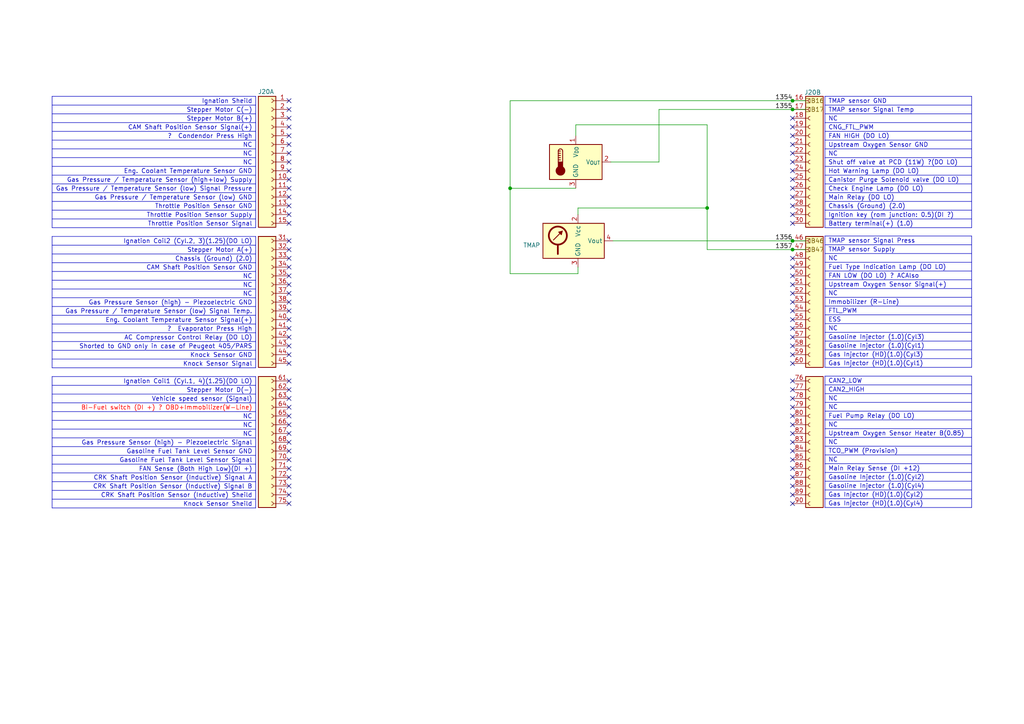
<source format=kicad_sch>
(kicad_sch (version 20250114) (generator "eeschema") (generator_version "9.0")
  (paper "A4")
  (lib_symbols
    (symbol "Sensor_Pressure:MPXHZ6115A"
      (property "Reference" "U" (at -10.16 6.35 0))
      (property "Value" "MPXHZ6115A" (at 1.27 6.35 0))
      (symbol "MPXHZ6115A_0_1"
        (polyline (pts (xy -7.112 0.254) (xy -4.572 2.794)) (stroke (width 0.254)))
        (circle (center -5.842 1.524) (radius 2.6162) (stroke (width 0.508)))
        (polyline (pts (xy -5.842 -1.27) (xy -5.842 -3.81)) (stroke (width 0.508)))
        (polyline (pts (xy -4.572 2.794) (xy -4.826 1.778) (xy -5.588 2.54) (xy -4.572 2.794)) (stroke (width 0.254)) (fill (type outline)))
        (rectangle (start 7.62 5.08) (end -10.16 -5.08) (stroke (width 0.254)) (fill (type background)))
      )
      (symbol "MPXHZ6115A_1_1"
        (pin no_connect line (at -7.62 -5.08 90) (length 2.54) (hide yes) (name "NC") (number "5"))
        (pin no_connect line (at -5.08 -5.08 90) (length 2.54) (hide yes) (name "NC") (number "6"))
        (pin no_connect line (at -2.54 -5.08 90) (length 2.54) (hide yes) (name "NC") (number "7"))
        (pin power_in line (at 0 7.62 270) (length 2.54) (name "Vcc") (number "2"))
        (pin power_in line (at 0 -7.62 90) (length 2.54) (name "GND") (number "3"))
        (pin no_connect line (at 2.54 -5.08 90) (length 2.54) (hide yes) (name "NC") (number "8"))
        (pin no_connect line (at 5.08 -5.08 90) (length 2.54) (hide yes) (name "NC") (number "1"))
        (pin output line (at 10.16 0 180) (length 2.54) (name "Vout") (number "4"))
      )
    )
    (symbol "Sensor_Temperature:MCP9700Ax-ETT"
      (property "Reference" "U" (at -6.35 6.35 0))
      (property "Value" "MCP9700Ax-ETT" (at 1.27 6.35 0))
      (symbol "MCP9700Ax-ETT_0_1"
        (rectangle (start -7.62 5.08) (end 7.62 -5.08) (stroke (width 0.254)) (fill (type background)))
        (polyline (pts (xy -5.08 3.175) (xy -5.08 0)) (stroke (width 0.254)))
        (polyline (pts (xy -5.08 3.175) (xy -4.445 3.175)) (stroke (width 0.254)))
        (polyline (pts (xy -5.08 2.54) (xy -4.445 2.54)) (stroke (width 0.254)))
        (polyline (pts (xy -5.08 1.905) (xy -4.445 1.905)) (stroke (width 0.254)))
        (polyline (pts (xy -5.08 1.27) (xy -4.445 1.27)) (stroke (width 0.254)))
        (polyline (pts (xy -5.08 0.635) (xy -4.445 0.635)) (stroke (width 0.254)))
        (arc (start -5.08 3.175) (mid -4.445 3.8073) (end -3.81 3.175) (stroke (width 0.254)))
        (circle (center -4.445 -2.54) (radius 1.27) (stroke (width 0.254)) (fill (type outline)))
        (polyline (pts (xy -3.81 3.175) (xy -3.81 0)) (stroke (width 0.254)))
        (rectangle (start -3.81 -1.905) (end -5.08 0) (stroke (width 0.254)) (fill (type outline)))
      )
      (symbol "MCP9700Ax-ETT_1_1"
        (pin power_in line (at 0 7.62 270) (length 2.54) (name "V_{DD}") (number "1"))
        (pin power_in line (at 0 -7.62 90) (length 2.54) (name "GND") (number "3"))
        (pin output line (at 10.16 0 180) (length 2.54) (name "V_{OUT}") (number "2"))
      )
    )
    (symbol "sicma_socket:Conn_01x90_3Row_Socket" (pin_names (offset 1.016) (hide yes))
      (property "Reference" "J" (at 1.524 60.833 0))
      (property "Value" "Conn_01x90_3Row_Socket" (at 1.397 -61.214 0))
      (symbol "Conn_01x90_3Row_Socket_1_1"
        (rectangle (start -0.508 59.69) (end 4.572 21.717) (stroke (width 0.254)) (fill (type background)))
        (polyline (pts (xy -0.508 58.42) (xy 0.254 58.42)) (stroke (width 0.1524)))
        (polyline (pts (xy -0.508 55.88) (xy 0.254 55.88)) (stroke (width 0.1524)))
        (polyline (pts (xy -0.508 53.34) (xy 0.254 53.34)) (stroke (width 0.1524)))
        (polyline (pts (xy -0.508 50.8) (xy 0.254 50.8)) (stroke (width 0.1524)))
        (polyline (pts (xy -0.508 48.26) (xy 0.254 48.26)) (stroke (width 0.1524)))
        (polyline (pts (xy -0.508 45.72) (xy 0.254 45.72)) (stroke (width 0.1524)))
        (polyline (pts (xy -0.508 43.18) (xy 0.254 43.18)) (stroke (width 0.1524)))
        (polyline (pts (xy -0.508 40.64) (xy 0.254 40.64)) (stroke (width 0.1524)))
        (polyline (pts (xy -0.508 38.1) (xy 0.254 38.1)) (stroke (width 0.1524)))
        (polyline (pts (xy -0.508 35.56) (xy 0.254 35.56)) (stroke (width 0.1524)))
        (polyline (pts (xy -0.508 33.02) (xy 0.254 33.02)) (stroke (width 0.1524)))
        (polyline (pts (xy -0.508 30.48) (xy 0.254 30.48)) (stroke (width 0.1524)))
        (polyline (pts (xy -0.508 27.94) (xy 0.254 27.94)) (stroke (width 0.1524)))
        (polyline (pts (xy -0.508 25.4) (xy 0.254 25.4)) (stroke (width 0.1524)))
        (polyline (pts (xy -0.508 22.86) (xy 0.254 22.86)) (stroke (width 0.1524)))
        (rectangle (start -0.508 19.05) (end 4.572 -18.923) (stroke (width 0.254)) (fill (type background)))
        (polyline (pts (xy -0.508 17.78) (xy 0.254 17.78)) (stroke (width 0.1524)))
        (polyline (pts (xy -0.508 15.24) (xy 0.254 15.24)) (stroke (width 0.1524)))
        (polyline (pts (xy -0.508 12.7) (xy 0.254 12.7)) (stroke (width 0.1524)))
        (polyline (pts (xy -0.508 10.16) (xy 0.254 10.16)) (stroke (width 0.1524)))
        (polyline (pts (xy -0.508 7.62) (xy 0.254 7.62)) (stroke (width 0.1524)))
        (polyline (pts (xy -0.508 5.08) (xy 0.254 5.08)) (stroke (width 0.1524)))
        (polyline (pts (xy -0.508 2.54) (xy 0.254 2.54)) (stroke (width 0.1524)))
        (polyline (pts (xy -0.508 0) (xy 0.254 0)) (stroke (width 0.1524)))
        (polyline (pts (xy -0.508 -2.54) (xy 0.254 -2.54)) (stroke (width 0.1524)))
        (polyline (pts (xy -0.508 -5.08) (xy 0.254 -5.08)) (stroke (width 0.1524)))
        (polyline (pts (xy -0.508 -7.62) (xy 0.254 -7.62)) (stroke (width 0.1524)))
        (polyline (pts (xy -0.508 -10.16) (xy 0.254 -10.16)) (stroke (width 0.1524)))
        (polyline (pts (xy -0.508 -12.7) (xy 0.254 -12.7)) (stroke (width 0.1524)))
        (polyline (pts (xy -0.508 -15.24) (xy 0.254 -15.24)) (stroke (width 0.1524)))
        (polyline (pts (xy -0.508 -17.78) (xy 0.254 -17.78)) (stroke (width 0.1524)))
        (rectangle (start -0.508 -21.59) (end 4.572 -59.563) (stroke (width 0.254)) (fill (type background)))
        (polyline (pts (xy -0.508 -22.86) (xy 0.254 -22.86)) (stroke (width 0.1524)))
        (polyline (pts (xy -0.508 -25.4) (xy 0.254 -25.4)) (stroke (width 0.1524)))
        (polyline (pts (xy -0.508 -27.94) (xy 0.254 -27.94)) (stroke (width 0.1524)))
        (polyline (pts (xy -0.508 -30.48) (xy 0.254 -30.48)) (stroke (width 0.1524)))
        (polyline (pts (xy -0.508 -33.02) (xy 0.254 -33.02)) (stroke (width 0.1524)))
        (polyline (pts (xy -0.508 -35.56) (xy 0.254 -35.56)) (stroke (width 0.1524)))
        (polyline (pts (xy -0.508 -38.1) (xy 0.254 -38.1)) (stroke (width 0.1524)))
        (polyline (pts (xy -0.508 -40.64) (xy 0.254 -40.64)) (stroke (width 0.1524)))
        (polyline (pts (xy -0.508 -43.18) (xy 0.254 -43.18)) (stroke (width 0.1524)))
        (polyline (pts (xy -0.508 -45.72) (xy 0.254 -45.72)) (stroke (width 0.1524)))
        (polyline (pts (xy -0.508 -48.26) (xy 0.254 -48.26)) (stroke (width 0.1524)))
        (polyline (pts (xy -0.508 -50.8) (xy 0.254 -50.8)) (stroke (width 0.1524)))
        (polyline (pts (xy -0.508 -53.34) (xy 0.254 -53.34)) (stroke (width 0.1524)))
        (polyline (pts (xy -0.508 -55.88) (xy 0.254 -55.88)) (stroke (width 0.1524)))
        (polyline (pts (xy -0.508 -58.42) (xy 0.254 -58.42)) (stroke (width 0.1524)))
        (arc (start 0.762 57.912) (mid 0.2562 58.42) (end 0.762 58.928) (stroke (width 0.1524)))
        (arc (start 0.762 55.372) (mid 0.2562 55.88) (end 0.762 56.388) (stroke (width 0.1524)))
        (arc (start 0.762 52.832) (mid 0.2562 53.34) (end 0.762 53.848) (stroke (width 0.1524)))
        (arc (start 0.762 50.292) (mid 0.2562 50.8) (end 0.762 51.308) (stroke (width 0.1524)))
        (arc (start 0.762 47.752) (mid 0.2562 48.26) (end 0.762 48.768) (stroke (width 0.1524)))
        (arc (start 0.762 45.212) (mid 0.2562 45.72) (end 0.762 46.228) (stroke (width 0.1524)))
        (arc (start 0.762 42.672) (mid 0.2562 43.18) (end 0.762 43.688) (stroke (width 0.1524)))
        (arc (start 0.762 40.132) (mid 0.2562 40.64) (end 0.762 41.148) (stroke (width 0.1524)))
        (arc (start 0.762 37.592) (mid 0.2562 38.1) (end 0.762 38.608) (stroke (width 0.1524)))
        (arc (start 0.762 35.052) (mid 0.2562 35.56) (end 0.762 36.068) (stroke (width 0.1524)))
        (arc (start 0.762 32.512) (mid 0.2562 33.02) (end 0.762 33.528) (stroke (width 0.1524)))
        (arc (start 0.762 29.972) (mid 0.2562 30.48) (end 0.762 30.988) (stroke (width 0.1524)))
        (arc (start 0.762 27.432) (mid 0.2562 27.94) (end 0.762 28.448) (stroke (width 0.1524)))
        (arc (start 0.762 24.892) (mid 0.2562 25.4) (end 0.762 25.908) (stroke (width 0.1524)))
        (arc (start 0.762 22.352) (mid 0.2562 22.86) (end 0.762 23.368) (stroke (width 0.1524)))
        (arc (start 0.762 17.272) (mid 0.2562 17.78) (end 0.762 18.288) (stroke (width 0.1524)))
        (arc (start 0.762 14.732) (mid 0.2562 15.24) (end 0.762 15.748) (stroke (width 0.1524)))
        (arc (start 0.762 12.192) (mid 0.2562 12.7) (end 0.762 13.208) (stroke (width 0.1524)))
        (arc (start 0.762 9.652) (mid 0.2562 10.16) (end 0.762 10.668) (stroke (width 0.1524)))
        (arc (start 0.762 7.112) (mid 0.2562 7.62) (end 0.762 8.128) (stroke (width 0.1524)))
        (arc (start 0.762 4.572) (mid 0.2562 5.08) (end 0.762 5.588) (stroke (width 0.1524)))
        (arc (start 0.762 2.032) (mid 0.2562 2.54) (end 0.762 3.048) (stroke (width 0.1524)))
        (arc (start 0.762 -0.508) (mid 0.2562 0) (end 0.762 0.508) (stroke (width 0.1524)))
        (arc (start 0.762 -3.048) (mid 0.2562 -2.54) (end 0.762 -2.032) (stroke (width 0.1524)))
        (arc (start 0.762 -5.588) (mid 0.2562 -5.08) (end 0.762 -4.572) (stroke (width 0.1524)))
        (arc (start 0.762 -8.128) (mid 0.2562 -7.62) (end 0.762 -7.112) (stroke (width 0.1524)))
        (arc (start 0.762 -10.668) (mid 0.2562 -10.16) (end 0.762 -9.652) (stroke (width 0.1524)))
        (arc (start 0.762 -13.208) (mid 0.2562 -12.7) (end 0.762 -12.192) (stroke (width 0.1524)))
        (arc (start 0.762 -15.748) (mid 0.2562 -15.24) (end 0.762 -14.732) (stroke (width 0.1524)))
        (arc (start 0.762 -18.288) (mid 0.2562 -17.78) (end 0.762 -17.272) (stroke (width 0.1524)))
        (arc (start 0.762 -23.368) (mid 0.2562 -22.86) (end 0.762 -22.352) (stroke (width 0.1524)))
        (arc (start 0.762 -25.908) (mid 0.2562 -25.4) (end 0.762 -24.892) (stroke (width 0.1524)))
        (arc (start 0.762 -28.448) (mid 0.2562 -27.94) (end 0.762 -27.432) (stroke (width 0.1524)))
        (arc (start 0.762 -30.988) (mid 0.2562 -30.48) (end 0.762 -29.972) (stroke (width 0.1524)))
        (arc (start 0.762 -33.528) (mid 0.2562 -33.02) (end 0.762 -32.512) (stroke (width 0.1524)))
        (arc (start 0.762 -36.068) (mid 0.2562 -35.56) (end 0.762 -35.052) (stroke (width 0.1524)))
        (arc (start 0.762 -38.608) (mid 0.2562 -38.1) (end 0.762 -37.592) (stroke (width 0.1524)))
        (arc (start 0.762 -41.148) (mid 0.2562 -40.64) (end 0.762 -40.132) (stroke (width 0.1524)))
        (arc (start 0.762 -43.688) (mid 0.2562 -43.18) (end 0.762 -42.672) (stroke (width 0.1524)))
        (arc (start 0.762 -46.228) (mid 0.2562 -45.72) (end 0.762 -45.212) (stroke (width 0.1524)))
        (arc (start 0.762 -48.768) (mid 0.2562 -48.26) (end 0.762 -47.752) (stroke (width 0.1524)))
        (arc (start 0.762 -51.308) (mid 0.2562 -50.8) (end 0.762 -50.292) (stroke (width 0.1524)))
        (arc (start 0.762 -53.848) (mid 0.2562 -53.34) (end 0.762 -52.832) (stroke (width 0.1524)))
        (arc (start 0.762 -56.388) (mid 0.2562 -55.88) (end 0.762 -55.372) (stroke (width 0.1524)))
        (arc (start 0.762 -58.928) (mid 0.2562 -58.42) (end 0.762 -57.912) (stroke (width 0.1524)))
        (pin passive line (at -4.318 58.42 0) (length 3.81) (name "A1") (number "1"))
        (pin passive line (at -4.318 55.88 0) (length 3.81) (name "A2") (number "2"))
        (pin passive line (at -4.318 53.34 0) (length 3.81) (name "A3") (number "3"))
        (pin passive line (at -4.318 50.8 0) (length 3.81) (name "A4") (number "4"))
        (pin passive line (at -4.318 48.26 0) (length 3.81) (name "A5") (number "5"))
        (pin passive line (at -4.318 45.72 0) (length 3.81) (name "A6") (number "6"))
        (pin passive line (at -4.318 43.18 0) (length 3.81) (name "A7") (number "7"))
        (pin passive line (at -4.318 40.64 0) (length 3.81) (name "A8") (number "8"))
        (pin passive line (at -4.318 38.1 0) (length 3.81) (name "A9") (number "9"))
        (pin passive line (at -4.318 35.56 0) (length 3.81) (name "A10") (number "10"))
        (pin passive line (at -4.318 33.02 0) (length 3.81) (name "A11") (number "11"))
        (pin passive line (at -4.318 30.48 0) (length 3.81) (name "A12") (number "12"))
        (pin passive line (at -4.318 27.94 0) (length 3.81) (name "A13") (number "13"))
        (pin passive line (at -4.318 25.4 0) (length 3.81) (name "A14") (number "14"))
        (pin passive line (at -4.318 22.86 0) (length 3.81) (name "A15") (number "15"))
        (pin passive line (at -4.318 17.78 0) (length 3.81) (name "A31") (number "31"))
        (pin passive line (at -4.318 15.24 0) (length 3.81) (name "A32") (number "32"))
        (pin passive line (at -4.318 12.7 0) (length 3.81) (name "A33") (number "33"))
        (pin passive line (at -4.318 10.16 0) (length 3.81) (name "A34") (number "34"))
        (pin passive line (at -4.318 7.62 0) (length 3.81) (name "A35") (number "35"))
        (pin passive line (at -4.318 5.08 0) (length 3.81) (name "A36") (number "36"))
        (pin passive line (at -4.318 2.54 0) (length 3.81) (name "A37") (number "37"))
        (pin passive line (at -4.318 0 0) (length 3.81) (name "A38") (number "38"))
        (pin passive line (at -4.318 -2.54 0) (length 3.81) (name "A39") (number "39"))
        (pin passive line (at -4.318 -5.08 0) (length 3.81) (name "A40") (number "40"))
        (pin passive line (at -4.318 -7.62 0) (length 3.81) (name "A41") (number "41"))
        (pin passive line (at -4.318 -10.16 0) (length 3.81) (name "A42") (number "42"))
        (pin passive line (at -4.318 -12.7 0) (length 3.81) (name "A43") (number "43"))
        (pin passive line (at -4.318 -15.24 0) (length 3.81) (name "A44") (number "44"))
        (pin passive line (at -4.318 -17.78 0) (length 3.81) (name "A45") (number "45"))
        (pin passive line (at -4.318 -22.86 0) (length 3.81) (name "A61") (number "61"))
        (pin passive line (at -4.318 -25.4 0) (length 3.81) (name "A62") (number "62"))
        (pin passive line (at -4.318 -27.94 0) (length 3.81) (name "A63") (number "63"))
        (pin passive line (at -4.318 -30.48 0) (length 3.81) (name "A64") (number "64"))
        (pin passive line (at -4.318 -33.02 0) (length 3.81) (name "A65") (number "65"))
        (pin passive line (at -4.318 -35.56 0) (length 3.81) (name "A66") (number "66"))
        (pin passive line (at -4.318 -38.1 0) (length 3.81) (name "A67") (number "67"))
        (pin passive line (at -4.318 -40.64 0) (length 3.81) (name "A68") (number "68"))
        (pin passive line (at -4.318 -43.18 0) (length 3.81) (name "A69") (number "69"))
        (pin passive line (at -4.318 -45.72 0) (length 3.81) (name "A70") (number "70"))
        (pin passive line (at -4.318 -48.26 0) (length 3.81) (name "A71") (number "71"))
        (pin passive line (at -4.318 -50.8 0) (length 3.81) (name "A72") (number "72"))
        (pin passive line (at -4.318 -53.34 0) (length 3.81) (name "A73") (number "73"))
        (pin passive line (at -4.318 -55.88 0) (length 3.81) (name "A74") (number "74"))
        (pin passive line (at -4.318 -58.42 0) (length 3.81) (name "A75") (number "75"))
      )
      (symbol "Conn_01x90_3Row_Socket_2_1"
        (rectangle (start -0.508 59.69) (end 4.572 21.717) (stroke (width 0.254)) (fill (type background)))
        (polyline (pts (xy -0.508 58.42) (xy 0.254 58.42)) (stroke (width 0.1524)))
        (polyline (pts (xy -0.508 55.88) (xy 0.254 55.88)) (stroke (width 0.1524)))
        (polyline (pts (xy -0.508 53.34) (xy 0.254 53.34)) (stroke (width 0.1524)))
        (polyline (pts (xy -0.508 50.8) (xy 0.254 50.8)) (stroke (width 0.1524)))
        (polyline (pts (xy -0.508 48.26) (xy 0.254 48.26)) (stroke (width 0.1524)))
        (polyline (pts (xy -0.508 45.72) (xy 0.254 45.72)) (stroke (width 0.1524)))
        (polyline (pts (xy -0.508 43.18) (xy 0.254 43.18)) (stroke (width 0.1524)))
        (polyline (pts (xy -0.508 40.64) (xy 0.254 40.64)) (stroke (width 0.1524)))
        (polyline (pts (xy -0.508 38.1) (xy 0.254 38.1)) (stroke (width 0.1524)))
        (polyline (pts (xy -0.508 35.56) (xy 0.254 35.56)) (stroke (width 0.1524)))
        (polyline (pts (xy -0.508 33.02) (xy 0.254 33.02)) (stroke (width 0.1524)))
        (polyline (pts (xy -0.508 30.48) (xy 0.254 30.48)) (stroke (width 0.1524)))
        (polyline (pts (xy -0.508 27.94) (xy 0.254 27.94)) (stroke (width 0.1524)))
        (polyline (pts (xy -0.508 25.4) (xy 0.254 25.4)) (stroke (width 0.1524)))
        (polyline (pts (xy -0.508 22.86) (xy 0.254 22.86)) (stroke (width 0.1524)))
        (rectangle (start -0.508 19.05) (end 4.572 -18.923) (stroke (width 0.254)) (fill (type background)))
        (polyline (pts (xy -0.508 17.78) (xy 0.254 17.78)) (stroke (width 0.1524)))
        (polyline (pts (xy -0.508 15.24) (xy 0.254 15.24)) (stroke (width 0.1524)))
        (polyline (pts (xy -0.508 12.7) (xy 0.254 12.7)) (stroke (width 0.1524)))
        (polyline (pts (xy -0.508 10.16) (xy 0.254 10.16)) (stroke (width 0.1524)))
        (polyline (pts (xy -0.508 7.62) (xy 0.254 7.62)) (stroke (width 0.1524)))
        (polyline (pts (xy -0.508 5.08) (xy 0.254 5.08)) (stroke (width 0.1524)))
        (polyline (pts (xy -0.508 2.54) (xy 0.254 2.54)) (stroke (width 0.1524)))
        (polyline (pts (xy -0.508 0) (xy 0.254 0)) (stroke (width 0.1524)))
        (polyline (pts (xy -0.508 -2.54) (xy 0.254 -2.54)) (stroke (width 0.1524)))
        (polyline (pts (xy -0.508 -5.08) (xy 0.254 -5.08)) (stroke (width 0.1524)))
        (polyline (pts (xy -0.508 -7.62) (xy 0.254 -7.62)) (stroke (width 0.1524)))
        (polyline (pts (xy -0.508 -10.16) (xy 0.254 -10.16)) (stroke (width 0.1524)))
        (polyline (pts (xy -0.508 -12.7) (xy 0.254 -12.7)) (stroke (width 0.1524)))
        (polyline (pts (xy -0.508 -15.24) (xy 0.254 -15.24)) (stroke (width 0.1524)))
        (polyline (pts (xy -0.508 -17.78) (xy 0.254 -17.78)) (stroke (width 0.1524)))
        (rectangle (start -0.508 -21.59) (end 4.572 -59.563) (stroke (width 0.254)) (fill (type background)))
        (polyline (pts (xy -0.508 -22.86) (xy 0.254 -22.86)) (stroke (width 0.1524)))
        (polyline (pts (xy -0.508 -25.4) (xy 0.254 -25.4)) (stroke (width 0.1524)))
        (polyline (pts (xy -0.508 -27.94) (xy 0.254 -27.94)) (stroke (width 0.1524)))
        (polyline (pts (xy -0.508 -30.48) (xy 0.254 -30.48)) (stroke (width 0.1524)))
        (polyline (pts (xy -0.508 -33.02) (xy 0.254 -33.02)) (stroke (width 0.1524)))
        (polyline (pts (xy -0.508 -35.56) (xy 0.254 -35.56)) (stroke (width 0.1524)))
        (polyline (pts (xy -0.508 -38.1) (xy 0.254 -38.1)) (stroke (width 0.1524)))
        (polyline (pts (xy -0.508 -40.64) (xy 0.254 -40.64)) (stroke (width 0.1524)))
        (polyline (pts (xy -0.508 -43.18) (xy 0.254 -43.18)) (stroke (width 0.1524)))
        (polyline (pts (xy -0.508 -45.72) (xy 0.254 -45.72)) (stroke (width 0.1524)))
        (polyline (pts (xy -0.508 -48.26) (xy 0.254 -48.26)) (stroke (width 0.1524)))
        (polyline (pts (xy -0.508 -50.8) (xy 0.254 -50.8)) (stroke (width 0.1524)))
        (polyline (pts (xy -0.508 -53.34) (xy 0.254 -53.34)) (stroke (width 0.1524)))
        (polyline (pts (xy -0.508 -55.88) (xy 0.254 -55.88)) (stroke (width 0.1524)))
        (polyline (pts (xy -0.508 -58.42) (xy 0.254 -58.42)) (stroke (width 0.1524)))
        (arc (start 0.762 57.912) (mid 0.2562 58.42) (end 0.762 58.928) (stroke (width 0.1524)))
        (arc (start 0.762 55.372) (mid 0.2562 55.88) (end 0.762 56.388) (stroke (width 0.1524)))
        (arc (start 0.762 52.832) (mid 0.2562 53.34) (end 0.762 53.848) (stroke (width 0.1524)))
        (arc (start 0.762 50.292) (mid 0.2562 50.8) (end 0.762 51.308) (stroke (width 0.1524)))
        (arc (start 0.762 47.752) (mid 0.2562 48.26) (end 0.762 48.768) (stroke (width 0.1524)))
        (arc (start 0.762 45.212) (mid 0.2562 45.72) (end 0.762 46.228) (stroke (width 0.1524)))
        (arc (start 0.762 42.672) (mid 0.2562 43.18) (end 0.762 43.688) (stroke (width 0.1524)))
        (arc (start 0.762 40.132) (mid 0.2562 40.64) (end 0.762 41.148) (stroke (width 0.1524)))
        (arc (start 0.762 37.592) (mid 0.2562 38.1) (end 0.762 38.608) (stroke (width 0.1524)))
        (arc (start 0.762 35.052) (mid 0.2562 35.56) (end 0.762 36.068) (stroke (width 0.1524)))
        (arc (start 0.762 32.512) (mid 0.2562 33.02) (end 0.762 33.528) (stroke (width 0.1524)))
        (arc (start 0.762 29.972) (mid 0.2562 30.48) (end 0.762 30.988) (stroke (width 0.1524)))
        (arc (start 0.762 27.432) (mid 0.2562 27.94) (end 0.762 28.448) (stroke (width 0.1524)))
        (arc (start 0.762 24.892) (mid 0.2562 25.4) (end 0.762 25.908) (stroke (width 0.1524)))
        (arc (start 0.762 22.352) (mid 0.2562 22.86) (end 0.762 23.368) (stroke (width 0.1524)))
        (arc (start 0.762 17.272) (mid 0.2562 17.78) (end 0.762 18.288) (stroke (width 0.1524)))
        (arc (start 0.762 14.732) (mid 0.2562 15.24) (end 0.762 15.748) (stroke (width 0.1524)))
        (arc (start 0.762 12.192) (mid 0.2562 12.7) (end 0.762 13.208) (stroke (width 0.1524)))
        (arc (start 0.762 9.652) (mid 0.2562 10.16) (end 0.762 10.668) (stroke (width 0.1524)))
        (arc (start 0.762 7.112) (mid 0.2562 7.62) (end 0.762 8.128) (stroke (width 0.1524)))
        (arc (start 0.762 4.572) (mid 0.2562 5.08) (end 0.762 5.588) (stroke (width 0.1524)))
        (arc (start 0.762 2.032) (mid 0.2562 2.54) (end 0.762 3.048) (stroke (width 0.1524)))
        (arc (start 0.762 -0.508) (mid 0.2562 0) (end 0.762 0.508) (stroke (width 0.1524)))
        (arc (start 0.762 -3.048) (mid 0.2562 -2.54) (end 0.762 -2.032) (stroke (width 0.1524)))
        (arc (start 0.762 -5.588) (mid 0.2562 -5.08) (end 0.762 -4.572) (stroke (width 0.1524)))
        (arc (start 0.762 -8.128) (mid 0.2562 -7.62) (end 0.762 -7.112) (stroke (width 0.1524)))
        (arc (start 0.762 -10.668) (mid 0.2562 -10.16) (end 0.762 -9.652) (stroke (width 0.1524)))
        (arc (start 0.762 -13.208) (mid 0.2562 -12.7) (end 0.762 -12.192) (stroke (width 0.1524)))
        (arc (start 0.762 -15.748) (mid 0.2562 -15.24) (end 0.762 -14.732) (stroke (width 0.1524)))
        (arc (start 0.762 -18.288) (mid 0.2562 -17.78) (end 0.762 -17.272) (stroke (width 0.1524)))
        (arc (start 0.762 -23.368) (mid 0.2562 -22.86) (end 0.762 -22.352) (stroke (width 0.1524)))
        (arc (start 0.762 -25.908) (mid 0.2562 -25.4) (end 0.762 -24.892) (stroke (width 0.1524)))
        (arc (start 0.762 -28.448) (mid 0.2562 -27.94) (end 0.762 -27.432) (stroke (width 0.1524)))
        (arc (start 0.762 -30.988) (mid 0.2562 -30.48) (end 0.762 -29.972) (stroke (width 0.1524)))
        (arc (start 0.762 -33.528) (mid 0.2562 -33.02) (end 0.762 -32.512) (stroke (width 0.1524)))
        (arc (start 0.762 -36.068) (mid 0.2562 -35.56) (end 0.762 -35.052) (stroke (width 0.1524)))
        (arc (start 0.762 -38.608) (mid 0.2562 -38.1) (end 0.762 -37.592) (stroke (width 0.1524)))
        (arc (start 0.762 -41.148) (mid 0.2562 -40.64) (end 0.762 -40.132) (stroke (width 0.1524)))
        (arc (start 0.762 -43.688) (mid 0.2562 -43.18) (end 0.762 -42.672) (stroke (width 0.1524)))
        (arc (start 0.762 -46.228) (mid 0.2562 -45.72) (end 0.762 -45.212) (stroke (width 0.1524)))
        (arc (start 0.762 -48.768) (mid 0.2562 -48.26) (end 0.762 -47.752) (stroke (width 0.1524)))
        (arc (start 0.762 -51.308) (mid 0.2562 -50.8) (end 0.762 -50.292) (stroke (width 0.1524)))
        (arc (start 0.762 -53.848) (mid 0.2562 -53.34) (end 0.762 -52.832) (stroke (width 0.1524)))
        (arc (start 0.762 -56.388) (mid 0.2562 -55.88) (end 0.762 -55.372) (stroke (width 0.1524)))
        (arc (start 0.762 -58.928) (mid 0.2562 -58.42) (end 0.762 -57.912) (stroke (width 0.1524)))
        (pin passive line (at -4.318 58.42 0) (length 3.81) (name "B16") (number "16"))
        (pin passive line (at -4.318 55.88 0) (length 3.81) (name "B17") (number "17"))
        (pin passive line (at -4.318 53.34 0) (length 3.81) (name "B18") (number "18"))
        (pin passive line (at -4.318 50.8 0) (length 3.81) (name "B19") (number "19"))
        (pin passive line (at -4.318 48.26 0) (length 3.81) (name "B20") (number "20"))
        (pin passive line (at -4.318 45.72 0) (length 3.81) (name "B21") (number "21"))
        (pin passive line (at -4.318 43.18 0) (length 3.81) (name "B22") (number "22"))
        (pin passive line (at -4.318 40.64 0) (length 3.81) (name "B23") (number "23"))
        (pin passive line (at -4.318 38.1 0) (length 3.81) (name "B24") (number "24"))
        (pin passive line (at -4.318 35.56 0) (length 3.81) (name "B25") (number "25"))
        (pin passive line (at -4.318 33.02 0) (length 3.81) (name "B26") (number "26"))
        (pin passive line (at -4.318 30.48 0) (length 3.81) (name "B27") (number "27"))
        (pin passive line (at -4.318 27.94 0) (length 3.81) (name "B28") (number "28"))
        (pin passive line (at -4.318 25.4 0) (length 3.81) (name "B29") (number "29"))
        (pin passive line (at -4.318 22.86 0) (length 3.81) (name "B30") (number "30"))
        (pin passive line (at -4.318 17.78 0) (length 3.81) (name "B46") (number "46"))
        (pin passive line (at -4.318 15.24 0) (length 3.81) (name "B47") (number "47"))
        (pin passive line (at -4.318 12.7 0) (length 3.81) (name "B48") (number "48"))
        (pin passive line (at -4.318 10.16 0) (length 3.81) (name "B49") (number "49"))
        (pin passive line (at -4.318 7.62 0) (length 3.81) (name "B50") (number "50"))
        (pin passive line (at -4.318 5.08 0) (length 3.81) (name "B51") (number "51"))
        (pin passive line (at -4.318 2.54 0) (length 3.81) (name "B52") (number "52"))
        (pin passive line (at -4.318 0 0) (length 3.81) (name "B53") (number "53"))
        (pin passive line (at -4.318 -2.54 0) (length 3.81) (name "B54") (number "54"))
        (pin passive line (at -4.318 -5.08 0) (length 3.81) (name "B55") (number "55"))
        (pin passive line (at -4.318 -7.62 0) (length 3.81) (name "B56") (number "56"))
        (pin passive line (at -4.318 -10.16 0) (length 3.81) (name "B57") (number "57"))
        (pin passive line (at -4.318 -12.7 0) (length 3.81) (name "B58") (number "58"))
        (pin passive line (at -4.318 -15.24 0) (length 3.81) (name "B59") (number "59"))
        (pin passive line (at -4.318 -17.78 0) (length 3.81) (name "B60") (number "60"))
        (pin passive line (at -4.318 -22.86 0) (length 3.81) (name "B76") (number "76"))
        (pin passive line (at -4.318 -25.4 0) (length 3.81) (name "B77") (number "77"))
        (pin passive line (at -4.318 -27.94 0) (length 3.81) (name "B78") (number "78"))
        (pin passive line (at -4.318 -30.48 0) (length 3.81) (name "B79") (number "79"))
        (pin passive line (at -4.318 -33.02 0) (length 3.81) (name "B80") (number "80"))
        (pin passive line (at -4.318 -35.56 0) (length 3.81) (name "B81") (number "81"))
        (pin passive line (at -4.318 -38.1 0) (length 3.81) (name "B82") (number "82"))
        (pin passive line (at -4.318 -40.64 0) (length 3.81) (name "B83") (number "83"))
        (pin passive line (at -4.318 -43.18 0) (length 3.81) (name "B84") (number "84"))
        (pin passive line (at -4.318 -45.72 0) (length 3.81) (name "B85") (number "85"))
        (pin passive line (at -4.318 -48.26 0) (length 3.81) (name "B86") (number "86"))
        (pin passive line (at -4.318 -50.8 0) (length 3.81) (name "B87") (number "87"))
        (pin passive line (at -4.318 -53.34 0) (length 3.81) (name "B88") (number "88"))
        (pin passive line (at -4.318 -55.88 0) (length 3.81) (name "B89") (number "89"))
        (pin passive line (at -4.318 -58.42 0) (length 3.81) (name "B90") (number "90"))
      )
    )
  )
  (junction (at 229.87 31.75))
  (junction (at 229.87 29.21))
  (junction (at 229.87 69.85))
  (junction (at 205.105 60.325))
  (junction (at 229.87 72.39))
  (junction (at 147.955 54.61))
  (no_connect (at 83.82 130.81))
  (no_connect (at 229.87 82.55))
  (no_connect (at 83.82 138.43))
  (no_connect (at 83.82 62.23))
  (no_connect (at 229.87 92.71))
  (no_connect (at 229.87 57.15))
  (no_connect (at 83.82 36.83))
  (no_connect (at 229.87 118.11))
  (no_connect (at 229.87 105.41))
  (no_connect (at 229.87 128.27))
  (no_connect (at 229.87 135.89))
  (no_connect (at 83.82 74.93))
  (no_connect (at 229.87 64.77))
  (no_connect (at 83.82 90.17))
  (no_connect (at 229.87 36.83))
  (no_connect (at 83.82 95.25))
  (no_connect (at 83.82 125.73))
  (no_connect (at 83.82 34.29))
  (no_connect (at 83.82 97.79))
  (no_connect (at 229.87 90.17))
  (no_connect (at 229.87 85.09))
  (no_connect (at 229.87 34.29))
  (no_connect (at 229.87 80.01))
  (no_connect (at 83.82 87.63))
  (no_connect (at 229.87 120.65))
  (no_connect (at 83.82 31.75))
  (no_connect (at 83.82 52.07))
  (no_connect (at 229.87 62.23))
  (no_connect (at 83.82 92.71))
  (no_connect (at 83.82 44.45))
  (no_connect (at 229.87 113.03))
  (no_connect (at 229.87 138.43))
  (no_connect (at 229.87 39.37))
  (no_connect (at 83.82 39.37))
  (no_connect (at 83.82 118.11))
  (no_connect (at 83.82 115.57))
  (no_connect (at 229.87 146.05))
  (no_connect (at 229.87 143.51))
  (no_connect (at 83.82 100.33))
  (no_connect (at 83.82 29.21))
  (no_connect (at 83.82 105.41))
  (no_connect (at 83.82 123.19))
  (no_connect (at 83.82 120.65))
  (no_connect (at 83.82 140.97))
  (no_connect (at 83.82 54.61))
  (no_connect (at 83.82 85.09))
  (no_connect (at 229.87 41.91))
  (no_connect (at 229.87 102.87))
  (no_connect (at 83.82 69.85))
  (no_connect (at 229.87 74.93))
  (no_connect (at 229.87 130.81))
  (no_connect (at 229.87 140.97))
  (no_connect (at 229.87 97.79))
  (no_connect (at 83.82 77.47))
  (no_connect (at 229.87 87.63))
  (no_connect (at 229.87 49.53))
  (no_connect (at 229.87 95.25))
  (no_connect (at 83.82 82.55))
  (no_connect (at 83.82 143.51))
  (no_connect (at 229.87 54.61))
  (no_connect (at 83.82 64.77))
  (no_connect (at 229.87 44.45))
  (no_connect (at 83.82 135.89))
  (no_connect (at 229.87 46.99))
  (no_connect (at 83.82 46.99))
  (no_connect (at 83.82 110.49))
  (no_connect (at 83.82 59.69))
  (no_connect (at 229.87 125.73))
  (no_connect (at 229.87 133.35))
  (no_connect (at 83.82 128.27))
  (no_connect (at 229.87 123.19))
  (no_connect (at 83.82 72.39))
  (no_connect (at 229.87 52.07))
  (no_connect (at 229.87 115.57))
  (no_connect (at 83.82 57.15))
  (no_connect (at 229.87 77.47))
  (no_connect (at 83.82 102.87))
  (no_connect (at 83.82 133.35))
  (no_connect (at 229.87 110.49))
  (no_connect (at 83.82 41.91))
  (no_connect (at 229.87 100.33))
  (no_connect (at 83.82 146.05))
  (no_connect (at 83.82 113.03))
  (no_connect (at 229.87 59.69))
  (no_connect (at 83.82 80.01))
  (no_connect (at 83.82 49.53))
  (wire (pts (xy 177.8 69.85) (xy 229.87 69.85)))
  (wire (pts (xy 147.955 29.21) (xy 147.955 54.61)))
  (wire (pts (xy 205.105 36.195) (xy 205.105 60.325)))
  (wire (pts (xy 205.105 60.325) (xy 205.105 72.39)))
  (wire (pts (xy 233.68 72.39) (xy 229.87 72.39)))
  (wire (pts (xy 233.68 29.21) (xy 229.87 29.21)))
  (wire (pts (xy 229.87 69.85) (xy 233.68 69.85)))
  (wire (pts (xy 167.64 60.325) (xy 205.105 60.325)))
  (wire (pts (xy 147.955 54.61) (xy 147.955 79.375)))
  (wire (pts (xy 229.87 31.75) (xy 233.68 31.75)))
  (wire (pts (xy 167.005 36.195) (xy 167.005 39.37)))
  (wire (pts (xy 191.135 46.99) (xy 191.135 31.75)))
  (wire (pts (xy 229.87 72.39) (xy 205.105 72.39)))
  (wire (pts (xy 167.64 62.23) (xy 167.64 60.325)))
  (wire (pts (xy 205.105 36.195) (xy 167.005 36.195)))
  (wire (pts (xy 147.955 79.375) (xy 167.64 79.375)))
  (wire (pts (xy 177.165 46.99) (xy 191.135 46.99)))
  (wire (pts (xy 167.64 79.375) (xy 167.64 77.47)))
  (wire (pts (xy 229.87 29.21) (xy 147.955 29.21)))
  (wire (pts (xy 147.955 54.61) (xy 167.005 54.61)))
  (wire (pts (xy 191.135 31.75) (xy 229.87 31.75)))
  (table (column_count 1) (border (external yes) (header yes)) (separators (rows yes) (cols yes)) (column_widths 42.545) (row_heights 2.54 2.54 2.54 2.54 2.54 2.54 2.54 2.54 2.54 2.54 2.54 2.54 2.54 2.54 2.54) (cells (table_cell "CAN2_LOW" (at 239.268 109.093 0) (size 42.545 2.54) (margins 0.9525 0.9525 0.9525 0.9525) (span 1 1)) (table_cell "CAN2_HIGH" (at 239.268 111.633 0) (size 42.545 2.54) (margins 0.9525 0.9525 0.9525 0.9525) (span 1 1)) (table_cell "NC" (at 239.268 114.173 0) (size 42.545 2.54) (margins 0.9525 0.9525 0.9525 0.9525) (span 1 1)) (table_cell "NC" (at 239.268 116.713 0) (size 42.545 2.54) (margins 0.9525 0.9525 0.9525 0.9525) (span 1 1)) (table_cell "Fuel Pump Relay (DO LO)" (at 239.268 119.253 0) (size 42.545 2.54) (margins 0.9525 0.9525 0.9525 0.9525) (span 1 1)) (table_cell "NC" (at 239.268 121.793 0) (size 42.545 2.54) (margins 0.9525 0.9525 0.9525 0.9525) (span 1 1)) (table_cell "Upstream Oxygen Sensor Heater B(0.85)" (at 239.268 124.333 0) (size 42.545 2.54) (margins 0.9525 0.9525 0.9525 0.9525) (span 1 1)) (table_cell "NC" (at 239.268 126.873 0) (size 42.545 2.54) (margins 0.9525 0.9525 0.9525 0.9525) (span 1 1)) (table_cell "TCO_PWM (Provision)" (at 239.268 129.413 0) (size 42.545 2.54) (margins 0.9525 0.9525 0.9525 0.9525) (span 1 1)) (table_cell "NC" (at 239.268 131.953 0) (size 42.545 2.54) (margins 0.9525 0.9525 0.9525 0.9525) (span 1 1)) (table_cell "Main Relay Sense (DI +12)" (at 239.268 134.493 0) (size 42.545 2.54) (margins 0.9525 0.9525 0.9525 0.9525) (span 1 1)) (table_cell "Gasoline Injector (1.0)(Cyl2)" (at 239.268 137.033 0) (size 42.545 2.54) (margins 0.9525 0.9525 0.9525 0.9525) (span 1 1)) (table_cell "Gasoline Injector (1.0)(Cyl4)" (at 239.268 139.573 0) (size 42.545 2.54) (margins 0.9525 0.9525 0.9525 0.9525) (span 1 1)) (table_cell "Gas Injector (HD)(1.0)(Cyl2)" (at 239.268 142.113 0) (size 42.545 2.54) (margins 0.9525 0.9525 0.9525 0.9525) (span 1 1)) (table_cell "Gas Injector (HD)(1.0)(Cyl4)" (at 239.268 144.653 0) (size 42.545 2.54) (margins 0.9525 0.9525 0.9525 0.9525) (span 1 1))))
  (table (column_count 1) (border (external yes) (header no)) (separators (rows yes) (cols no)) (column_widths 59.055) (row_heights 2.54 2.54 2.54 2.54 2.54 2.54 2.54 2.54 2.54 2.54 2.54 2.54 2.54 2.54 2.54) (cells (table_cell "Ignation Sheild" (at 15.113 27.94 0) (size 59.055 2.54) (margins 0.9525 0.9525 0.9525 0.9525) (span 1 1)) (table_cell "Stepper Motor C(-)" (at 15.113 30.48 0) (size 59.055 2.54) (margins 0.9525 0.9525 0.9525 0.9525) (span 1 1)) (table_cell "Stepper Motor B(+)" (at 15.113 33.02 0) (size 59.055 2.54) (margins 0.9525 0.9525 0.9525 0.9525) (span 1 1)) (table_cell "CAM Shaft Position Sensor Signal(+)" (at 15.113 35.56 0) (size 59.055 2.54) (margins 0.9525 0.9525 0.9525 0.9525) (span 1 1)) (table_cell "?  Condendor Press High" (at 15.113 38.1 0) (size 59.055 2.54) (margins 0.9525 0.9525 0.9525 0.9525) (span 1 1)) (table_cell "NC" (at 15.113 40.64 0) (size 59.055 2.54) (margins 0.9525 0.9525 0.9525 0.9525) (span 1 1)) (table_cell "NC" (at 15.113 43.18 0) (size 59.055 2.54) (margins 0.9525 0.9525 0.9525 0.9525) (span 1 1)) (table_cell "NC" (at 15.113 45.72 0) (size 59.055 2.54) (margins 0.9525 0.9525 0.9525 0.9525) (span 1 1)) (table_cell "Eng. Coolant Temperature Sensor GND" (at 15.113 48.26 0) (size 59.055 2.54) (margins 0.9525 0.9525 0.9525 0.9525) (span 1 1)) (table_cell "Gas Pressure / Temperature Sensor (high+low) Supply" (at 15.113 50.8 0) (size 59.055 2.54) (margins 0.9525 0.9525 0.9525 0.9525) (span 1 1)) (table_cell "Gas Pressure / Temperature Sensor (low) Signal Pressure" (at 15.113 53.34 0) (size 59.055 2.54) (margins 0.9525 0.9525 0.9525 0.9525) (span 1 1)) (table_cell "Gas Pressure / Temperature Sensor (low) GND" (at 15.113 55.88 0) (size 59.055 2.54) (margins 0.9525 0.9525 0.9525 0.9525) (span 1 1)) (table_cell "Throttle Position Sensor GND" (at 15.113 58.42 0) (size 59.055 2.54) (margins 0.9525 0.9525 0.9525 0.9525) (span 1 1)) (table_cell "Throttle Position Sensor Supply" (at 15.113 60.96 0) (size 59.055 2.54) (margins 0.9525 0.9525 0.9525 0.9525) (span 1 1)) (table_cell "Throttle Position Sensor Signal" (at 15.113 63.5 0) (size 59.055 2.54) (margins 0.9525 0.9525 0.9525 0.9525) (span 1 1))))
  (table (column_count 1) (border (external yes) (header yes)) (separators (rows yes) (cols yes)) (column_widths 42.545) (row_heights 2.54 2.54 2.54 2.54 2.54 2.54 2.54 2.54 2.54 2.54 2.54 2.54 2.54 2.54 2.54) (cells (table_cell "TMAP sensor Signal Press" (at 239.268 68.453 0) (size 42.545 2.54) (margins 0.9525 0.9525 0.9525 0.9525) (span 1 1)) (table_cell "TMAP sensor Supply" (at 239.268 70.993 0) (size 42.545 2.54) (margins 0.9525 0.9525 0.9525 0.9525) (span 1 1)) (table_cell "NC" (at 239.268 73.533 0) (size 42.545 2.54) (margins 0.9525 0.9525 0.9525 0.9525) (span 1 1)) (table_cell "Fuel Type Indication Lamp (DO LO)" (at 239.268 76.073 0) (size 42.545 2.54) (margins 0.9525 0.9525 0.9525 0.9525) (span 1 1)) (table_cell "FAN LOW (DO LO) ? ACAlso" (at 239.268 78.613 0) (size 42.545 2.54) (margins 0.9525 0.9525 0.9525 0.9525) (span 1 1)) (table_cell "Upstream Oxygen Sensor Signal(+)" (at 239.268 81.153 0) (size 42.545 2.54) (margins 0.9525 0.9525 0.9525 0.9525) (span 1 1)) (table_cell "NC" (at 239.268 83.693 0) (size 42.545 2.54) (margins 0.9525 0.9525 0.9525 0.9525) (span 1 1)) (table_cell "Immobilizer (R-Line)" (at 239.268 86.233 0) (size 42.545 2.54) (margins 0.9525 0.9525 0.9525 0.9525) (span 1 1)) (table_cell "FTL_PWM" (at 239.268 88.773 0) (size 42.545 2.54) (margins 0.9525 0.9525 0.9525 0.9525) (span 1 1)) (table_cell "ESS" (at 239.268 91.313 0) (size 42.545 2.54) (margins 0.9525 0.9525 0.9525 0.9525) (span 1 1)) (table_cell "NC" (at 239.268 93.853 0) (size 42.545 2.54) (margins 0.9525 0.9525 0.9525 0.9525) (span 1 1)) (table_cell "Gasoline Injector (1.0)(Cyl3)" (at 239.268 96.393 0) (size 42.545 2.54) (margins 0.9525 0.9525 0.9525 0.9525) (span 1 1)) (table_cell "Gasoline Injector (1.0)(Cyl1)" (at 239.268 98.933 0) (size 42.545 2.54) (margins 0.9525 0.9525 0.9525 0.9525) (span 1 1)) (table_cell "Gas Injector (HD)(1.0)(Cyl3)" (at 239.268 101.473 0) (size 42.545 2.54) (margins 0.9525 0.9525 0.9525 0.9525) (span 1 1)) (table_cell "Gas Injector (HD)(1.0)(Cyl1)" (at 239.268 104.013 0) (size 42.545 2.54) (margins 0.9525 0.9525 0.9525 0.9525) (span 1 1))))
  (table (column_count 1) (border (external yes) (header yes)) (separators (rows yes) (cols yes)) (column_widths 42.545) (row_heights 2.54 2.54 2.54 2.54 2.54 2.54 2.54 2.54 2.54 2.54 2.54 2.54 2.54 2.54 2.54) (cells (table_cell "TMAP sensor GND" (at 239.268 27.94 0) (size 42.545 2.54) (margins 0.9525 0.9525 0.9525 0.9525) (span 1 1)) (table_cell "TMAP sensor Signal Temp" (at 239.268 30.48 0) (size 42.545 2.54) (margins 0.9525 0.9525 0.9525 0.9525) (span 1 1)) (table_cell "NC" (at 239.268 33.02 0) (size 42.545 2.54) (margins 0.9525 0.9525 0.9525 0.9525) (span 1 1)) (table_cell "CNG_FTL_PWM" (at 239.268 35.56 0) (size 42.545 2.54) (margins 0.9525 0.9525 0.9525 0.9525) (span 1 1)) (table_cell "FAN HIGH (DO LO)" (at 239.268 38.1 0) (size 42.545 2.54) (margins 0.9525 0.9525 0.9525 0.9525) (span 1 1)) (table_cell "Upstream Oxygen Sensor GND" (at 239.268 40.64 0) (size 42.545 2.54) (margins 0.9525 0.9525 0.9525 0.9525) (span 1 1)) (table_cell "NC" (at 239.268 43.18 0) (size 42.545 2.54) (margins 0.9525 0.9525 0.9525 0.9525) (span 1 1)) (table_cell "Shut off valve at PCD (11W) ?(DO LO)" (at 239.268 45.72 0) (size 42.545 2.54) (margins 0.9525 0.9525 0.9525 0.9525) (span 1 1)) (table_cell "Hot Warning Lamp (DO LO)" (at 239.268 48.26 0) (size 42.545 2.54) (margins 0.9525 0.9525 0.9525 0.9525) (span 1 1)) (table_cell "Canistor Purge Solenoid valve (DO LO)" (at 239.268 50.8 0) (size 42.545 2.54) (margins 0.9525 0.9525 0.9525 0.9525) (span 1 1)) (table_cell "Check Engine Lamp (DO LO)" (at 239.268 53.34 0) (size 42.545 2.54) (margins 0.9525 0.9525 0.9525 0.9525) (span 1 1)) (table_cell "Main Relay (DO LO)" (at 239.268 55.88 0) (size 42.545 2.54) (margins 0.9525 0.9525 0.9525 0.9525) (span 1 1)) (table_cell "Chassis (Ground) (2.0)" (at 239.268 58.42 0) (size 42.545 2.54) (margins 0.9525 0.9525 0.9525 0.9525) (span 1 1)) (table_cell "Ignition key (rom junction: 0.5)(DI ?)" (at 239.268 60.96 0) (size 42.545 2.54) (margins 0.9525 0.9525 0.9525 0.9525) (span 1 1)) (table_cell "Battery terminal(+) (1.0)" (at 239.268 63.5 0) (size 42.545 2.54) (margins 0.9525 0.9525 0.9525 0.9525) (span 1 1))))
  (table (column_count 1) (border (external yes) (header yes)) (separators (rows yes) (cols yes)) (column_widths 59.055) (row_heights 2.54 2.54 2.54 2.54 2.54 2.54 2.54 2.54 2.54 2.54 2.54 2.54 2.54 2.54 2.54) (cells (table_cell "Ignation Coil2 (Cyl.2, 3)(1.25)(DO LO)" (at 15.113 68.58 0) (size 59.055 2.54) (margins 0.9525 0.9525 0.9525 0.9525) (span 1 1)) (table_cell "Stepper Motor A(+)" (at 15.113 71.12 0) (size 59.055 2.54) (margins 0.9525 0.9525 0.9525 0.9525) (span 1 1)) (table_cell "Chassis (Ground) (2.0)" (at 15.113 73.66 0) (size 59.055 2.54) (margins 0.9525 0.9525 0.9525 0.9525) (span 1 1)) (table_cell "CAM Shaft Position Sensor GND" (at 15.113 76.2 0) (size 59.055 2.54) (margins 0.9525 0.9525 0.9525 0.9525) (span 1 1)) (table_cell "NC" (at 15.113 78.74 0) (size 59.055 2.54) (margins 0.9525 0.9525 0.9525 0.9525) (span 1 1)) (table_cell "NC" (at 15.113 81.28 0) (size 59.055 2.54) (margins 0.9525 0.9525 0.9525 0.9525) (span 1 1)) (table_cell "NC" (at 15.113 83.82 0) (size 59.055 2.54) (margins 0.9525 0.9525 0.9525 0.9525) (span 1 1)) (table_cell "Gas Pressure Sensor (high) - Piezoelectric GND" (at 15.113 86.36 0) (size 59.055 2.54) (margins 0.9525 0.9525 0.9525 0.9525) (span 1 1)) (table_cell "Gas Pressure / Temperature Sensor (low) Signal Temp." (at 15.113 88.9 0) (size 59.055 2.54) (margins 0.9525 0.9525 0.9525 0.9525) (span 1 1)) (table_cell "Eng. Coolant Temperature Sensor Signal(+)" (at 15.113 91.44 0) (size 59.055 2.54) (margins 0.9525 0.9525 0.9525 0.9525) (span 1 1)) (table_cell "?  Evaporator Press High" (at 15.113 93.98 0) (size 59.055 2.54) (margins 0.9525 0.9525 0.9525 0.9525) (span 1 1)) (table_cell "AC Compressor Control Relay (DO LO)" (at 15.113 96.52 0) (size 59.055 2.54) (margins 0.9525 0.9525 0.9525 0.9525) (span 1 1)) (table_cell "Shorted to GND only in case of Peugeot 405/PARS" (at 15.113 99.06 0) (size 59.055 2.54) (margins 0.9525 0.9525 0.9525 0.9525) (span 1 1)) (table_cell "Knock Sensor GND" (at 15.113 101.6 0) (size 59.055 2.54) (margins 0.9525 0.9525 0.9525 0.9525) (span 1 1)) (table_cell "Knock Sensor Signal" (at 15.113 104.14 0) (size 59.055 2.54) (margins 0.9525 0.9525 0.9525 0.9525) (span 1 1))))
  (table (column_count 1) (border (external yes) (header yes)) (separators (rows yes) (cols yes)) (column_widths 59.055) (row_heights 2.54 2.54 2.54 2.54 2.54 2.54 2.54 2.54 2.54 2.54 2.54 2.54 2.54 2.54 2.54) (cells (table_cell "Ignation Coil1 (Cyl.1, 4)(1.25)(DO LO)" (at 15.113 109.22 0) (size 59.055 2.54) (margins 0.9525 0.9525 0.9525 0.9525) (span 1 1)) (table_cell "Stepper Motor D(-)" (at 15.113 111.76 0) (size 59.055 2.54) (margins 0.9525 0.9525 0.9525 0.9525) (span 1 1)) (table_cell "Vehicle speed sensor (Signal)" (at 15.113 114.3 0) (size 59.055 2.54) (margins 0.9525 0.9525 0.9525 0.9525) (span 1 1)) (table_cell "Bi-Fuel switch (DI +) ? OBD+Immobilizer(W-Line)" (at 15.113 116.84 0) (size 59.055 2.54) (margins 0.9525 0.9525 0.9525 0.9525) (span 1 1)) (table_cell "NC" (at 15.113 119.38 0) (size 59.055 2.54) (margins 0.9525 0.9525 0.9525 0.9525) (span 1 1)) (table_cell "NC" (at 15.113 121.92 0) (size 59.055 2.54) (margins 0.9525 0.9525 0.9525 0.9525) (span 1 1)) (table_cell "NC" (at 15.113 124.46 0) (size 59.055 2.54) (margins 0.9525 0.9525 0.9525 0.9525) (span 1 1)) (table_cell "Gas Pressure Sensor (high) - Piezoelectric Signal" (at 15.113 127 0) (size 59.055 2.54) (margins 0.9525 0.9525 0.9525 0.9525) (span 1 1)) (table_cell "Gasoline Fuel Tank Level Sensor GND" (at 15.113 129.54 0) (size 59.055 2.54) (margins 0.9525 0.9525 0.9525 0.9525) (span 1 1)) (table_cell "Gasoline Fuel Tank Level Sensor Signal" (at 15.113 132.08 0) (size 59.055 2.54) (margins 0.9525 0.9525 0.9525 0.9525) (span 1 1)) (table_cell "FAN Sense (Both High Low)(DI +)" (at 15.113 134.62 0) (size 59.055 2.54) (margins 0.9525 0.9525 0.9525 0.9525) (span 1 1)) (table_cell "CRK Shaft Position Sensor (Inductive) Signal A" (at 15.113 137.16 0) (size 59.055 2.54) (margins 0.9525 0.9525 0.9525 0.9525) (span 1 1)) (table_cell "CRK Shaft Position Sensor (Inductive) Signal B" (at 15.113 139.7 0) (size 59.055 2.54) (margins 0.9525 0.9525 0.9525 0.9525) (span 1 1)) (table_cell "CRK Shaft Position Sensor (Inductive) Sheild" (at 15.113 142.24 0) (size 59.055 2.54) (margins 0.9525 0.9525 0.9525 0.9525) (span 1 1)) (table_cell "Knock Sensor Sheild" (at 15.113 144.78 0) (size 59.055 2.54) (margins 0.9525 0.9525 0.9525 0.9525) (span 1 1))))
  (label "1357" (at 229.87 72.39 180))
  (label "1356" (at 229.87 69.85 180))
  (label "1355" (at 229.87 31.75 180))
  (label "1354" (at 229.87 29.21 180))
  (hierarchical_label "B16" (shape passive) (at 233.68 29.21 0))
  (hierarchical_label "B47" (shape passive) (at 233.68 72.39 0))
  (hierarchical_label "B46" (shape passive) (at 233.68 69.85 0))
  (hierarchical_label "B17" (shape passive) (at 233.68 31.75 0))
  (symbol (lib_id "sicma_socket:Conn_01x90_3Row_Socket") (at 79.502 87.63 0) (mirror y) (unit 1)
    (property "Reference" "J20" (at 79.502 26.6064 0) (effects (justify left)))
    (property "Value" "Conn_01x90_3Row_Socket" (effects (hide yes)))
    (property "Description" "\"Duble connector, triple row, 03x30, unit letter first pin numbering scheme (pin number form 1 to 90\"" (effects (hide yes)))
  )
  (symbol (lib_id "sicma_socket:Conn_01x90_3Row_Socket") (at 234.188 87.63 0) (unit 2)
    (property "Reference" "J20" (at 235.712 26.797 0))
    (property "Value" "Conn_01x90_3Row_Socket" (effects (hide yes)))
    (property "Description" "\"Duble connector, triple row, 03x30, unit letter first pin numbering scheme (pin number form 1 to 90\"" (effects (hide yes)))
  )
  (symbol (lib_id "Sensor_Pressure:MPXHZ6115A") (at 167.64 69.85 0) (unit 1) (in_bom no) (on_board no)
    (property "Reference" "U52" (effects (hide yes)))
    (property "Value" "TMAP" (at 156.718 71.1199 0) (effects (justify right)))
    (property "Datasheet" "https://www.nxp.com/docs/en/data-sheet/MPXA6115A.pdf" (effects (hide yes)))
    (property "Description" "Absolute pressure sensor, 15 to 115kPa, analog output, integrated signal conditioning, temperature compensated, media resistant gel, SSO package" (effects (hide yes)))
  )
  (symbol (lib_id "Sensor_Temperature:MCP9700Ax-ETT") (at 167.005 46.99 0) (unit 1) (in_bom no) (on_board no)
    (property "Reference" "U51" (effects (hide yes)))
    (property "Value" "MCP9700Ax-ETT" (effects (hide yes)))
    (property "Footprint" "Package_TO_SOT_SMD:SOT-23" (effects (hide yes)))
    (property "Datasheet" "http://ww1.microchip.com/downloads/en/devicedoc/20001942g.pdf" (effects (hide yes)))
    (property "Description" "Low power, analog thermistor temperature sensor, ±2C accuracy, -40C to +125C, in SOT-23-3" (effects (hide yes)))
  )
)
</source>
